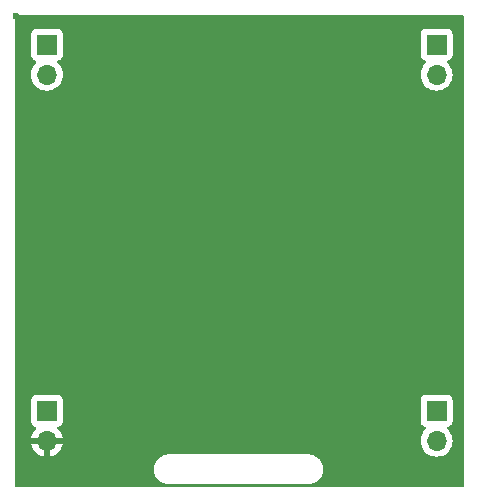
<source format=gbr>
%TF.GenerationSoftware,KiCad,Pcbnew,8.0.1*%
%TF.CreationDate,2024-04-24T15:21:32+01:00*%
%TF.ProjectId,Kishoof_screen,4b697368-6f6f-4665-9f73-637265656e2e,rev?*%
%TF.SameCoordinates,Original*%
%TF.FileFunction,Copper,L1,Top*%
%TF.FilePolarity,Positive*%
%FSLAX46Y46*%
G04 Gerber Fmt 4.6, Leading zero omitted, Abs format (unit mm)*
G04 Created by KiCad (PCBNEW 8.0.1) date 2024-04-24 15:21:32*
%MOMM*%
%LPD*%
G01*
G04 APERTURE LIST*
%TA.AperFunction,ComponentPad*%
%ADD10R,1.700000X1.700000*%
%TD*%
%TA.AperFunction,ComponentPad*%
%ADD11O,1.700000X1.700000*%
%TD*%
%TA.AperFunction,ViaPad*%
%ADD12C,0.600000*%
%TD*%
G04 APERTURE END LIST*
D10*
%TO.P,J4,1,Pin_1*%
%TO.N,+3.3V*%
X94000000Y-74000000D03*
D11*
%TO.P,J4,2,Pin_2*%
%TO.N,/LCD_BACKLIGHT*%
X94000000Y-76540000D03*
%TD*%
D10*
%TO.P,J2,1,Pin_1*%
%TO.N,/LCD_DC*%
X94000000Y-43000000D03*
D11*
%TO.P,J2,2,Pin_2*%
%TO.N,/LCD_RESET*%
X94000000Y-45540000D03*
%TD*%
D10*
%TO.P,J1,1,Pin_1*%
%TO.N,/LCD_SPI3_MOSI*%
X61000000Y-43000000D03*
D11*
%TO.P,J1,2,Pin_2*%
%TO.N,/LCD_SPI3_SCK*%
X61000000Y-45540000D03*
%TD*%
D10*
%TO.P,J3,1,Pin_1*%
%TO.N,/LCD_SPI3_SS*%
X61000000Y-74000000D03*
D11*
%TO.P,J3,2,Pin_2*%
%TO.N,GND*%
X61000000Y-76540000D03*
%TD*%
D12*
%TO.N,GND*%
X58400000Y-40600000D03*
%TD*%
%TA.AperFunction,Conductor*%
%TO.N,GND*%
G36*
X96242539Y-40520185D02*
G01*
X96288294Y-40572989D01*
X96299500Y-40624500D01*
X96299500Y-80375500D01*
X96279815Y-80442539D01*
X96227011Y-80488294D01*
X96175500Y-80499500D01*
X58424500Y-80499500D01*
X58357461Y-80479815D01*
X58311706Y-80427011D01*
X58300500Y-80375500D01*
X58300500Y-78934997D01*
X70058153Y-78934997D01*
X70058406Y-78937486D01*
X70058406Y-78962514D01*
X70058154Y-78964997D01*
X70058154Y-78965002D01*
X70065721Y-79011715D01*
X70066683Y-79019018D01*
X70078212Y-79132573D01*
X70078740Y-79139989D01*
X70079354Y-79154910D01*
X70080675Y-79187077D01*
X70081481Y-79189655D01*
X70086491Y-79214110D01*
X70086764Y-79216806D01*
X70103492Y-79260851D01*
X70105927Y-79267895D01*
X70138036Y-79370658D01*
X70140230Y-79378597D01*
X70150799Y-79422471D01*
X70150802Y-79422478D01*
X70153047Y-79426605D01*
X70162472Y-79448864D01*
X70163875Y-79453356D01*
X70163876Y-79453358D01*
X70163878Y-79453361D01*
X70188026Y-79491483D01*
X70188031Y-79491490D01*
X70192206Y-79498594D01*
X70241221Y-79588705D01*
X70245067Y-79596400D01*
X70263446Y-79636605D01*
X70263450Y-79636611D01*
X70267043Y-79640959D01*
X70280376Y-79660685D01*
X70283070Y-79665637D01*
X70283071Y-79665639D01*
X70313518Y-79697674D01*
X70319227Y-79704114D01*
X70382873Y-79781140D01*
X70388316Y-79788235D01*
X70413448Y-79823556D01*
X70413451Y-79823558D01*
X70418453Y-79827692D01*
X70435051Y-79844290D01*
X70439189Y-79849298D01*
X70439193Y-79849302D01*
X70474522Y-79874440D01*
X70481616Y-79879883D01*
X70558626Y-79943515D01*
X70565067Y-79949224D01*
X70597111Y-79979679D01*
X70602063Y-79982373D01*
X70621797Y-79995711D01*
X70626139Y-79999299D01*
X70626140Y-79999299D01*
X70626142Y-79999301D01*
X70666367Y-80017688D01*
X70674027Y-80021517D01*
X70764162Y-80070546D01*
X70771259Y-80074719D01*
X70809384Y-80098870D01*
X70809387Y-80098871D01*
X70809389Y-80098872D01*
X70813872Y-80100272D01*
X70836148Y-80109704D01*
X70840275Y-80111949D01*
X70884172Y-80122523D01*
X70892090Y-80124712D01*
X70992093Y-80155958D01*
X71000201Y-80158803D01*
X71041388Y-80174886D01*
X71046982Y-80175506D01*
X71070299Y-80180395D01*
X71072054Y-80180943D01*
X71075676Y-80182075D01*
X71119888Y-80183890D01*
X71128427Y-80184539D01*
X71197768Y-80192229D01*
X71216187Y-80195698D01*
X71234108Y-80200500D01*
X71265480Y-80200500D01*
X71279149Y-80201256D01*
X71310318Y-80204713D01*
X71310318Y-80204712D01*
X71310319Y-80204713D01*
X71317990Y-80203543D01*
X71328654Y-80201917D01*
X71347347Y-80200500D01*
X83108487Y-80200500D01*
X83128317Y-80202095D01*
X83143749Y-80204596D01*
X83177848Y-80201133D01*
X83190373Y-80200500D01*
X83224641Y-80200500D01*
X83224642Y-80200500D01*
X83239742Y-80196453D01*
X83259303Y-80192863D01*
X83341313Y-80184537D01*
X83348737Y-80184008D01*
X83395824Y-80182075D01*
X83398398Y-80181270D01*
X83422875Y-80176257D01*
X83425559Y-80175985D01*
X83469622Y-80159248D01*
X83476618Y-80156829D01*
X83579421Y-80124708D01*
X83587328Y-80122522D01*
X83631225Y-80111949D01*
X83635344Y-80109708D01*
X83657629Y-80100271D01*
X83662111Y-80098872D01*
X83700261Y-80074704D01*
X83707330Y-80070549D01*
X83764742Y-80039320D01*
X83797453Y-80021528D01*
X83805152Y-80017680D01*
X83805163Y-80017675D01*
X83845359Y-79999301D01*
X83849702Y-79995711D01*
X83869438Y-79982370D01*
X83874390Y-79979678D01*
X83880836Y-79973551D01*
X83906424Y-79949232D01*
X83912865Y-79943522D01*
X83989893Y-79879874D01*
X83996976Y-79874438D01*
X84032308Y-79849299D01*
X84036434Y-79844304D01*
X84053049Y-79827689D01*
X84058050Y-79823558D01*
X84083206Y-79788202D01*
X84088626Y-79781140D01*
X84152282Y-79704100D01*
X84157959Y-79697696D01*
X84188428Y-79665640D01*
X84191123Y-79660685D01*
X84204459Y-79640954D01*
X84208051Y-79636608D01*
X84226430Y-79596400D01*
X84230272Y-79588712D01*
X84279292Y-79498594D01*
X84279301Y-79498578D01*
X84283447Y-79491522D01*
X84307622Y-79453361D01*
X84309021Y-79448879D01*
X84318459Y-79426592D01*
X84320699Y-79422475D01*
X84331272Y-79378578D01*
X84333462Y-79370658D01*
X84365579Y-79267868D01*
X84367998Y-79260872D01*
X84384735Y-79216809D01*
X84385007Y-79214125D01*
X84390020Y-79189648D01*
X84390825Y-79187074D01*
X84392758Y-79139991D01*
X84393288Y-79132560D01*
X84402165Y-79045123D01*
X84404816Y-79019010D01*
X84405771Y-79011747D01*
X84413346Y-78965001D01*
X84413095Y-78962528D01*
X84413095Y-78937467D01*
X84413346Y-78934999D01*
X84405772Y-78888256D01*
X84404815Y-78880981D01*
X84393287Y-78767425D01*
X84392758Y-78760003D01*
X84390825Y-78712926D01*
X84390824Y-78712922D01*
X84390824Y-78712921D01*
X84390018Y-78710342D01*
X84385007Y-78685873D01*
X84384735Y-78683191D01*
X84384734Y-78683188D01*
X84384734Y-78683187D01*
X84368009Y-78639154D01*
X84365577Y-78632122D01*
X84333461Y-78529340D01*
X84331270Y-78521410D01*
X84331269Y-78521406D01*
X84320699Y-78477525D01*
X84318454Y-78473398D01*
X84309022Y-78451122D01*
X84307622Y-78446639D01*
X84307621Y-78446637D01*
X84307620Y-78446634D01*
X84283469Y-78408509D01*
X84279292Y-78401405D01*
X84230279Y-78311300D01*
X84230267Y-78311277D01*
X84226438Y-78303617D01*
X84208051Y-78263392D01*
X84204461Y-78259047D01*
X84191123Y-78239313D01*
X84188429Y-78234362D01*
X84188429Y-78234360D01*
X84157974Y-78202317D01*
X84152265Y-78195876D01*
X84088633Y-78118866D01*
X84083190Y-78111772D01*
X84058052Y-78076443D01*
X84058048Y-78076439D01*
X84053040Y-78072301D01*
X84036442Y-78055703D01*
X84032308Y-78050701D01*
X84032306Y-78050698D01*
X83996985Y-78025566D01*
X83989890Y-78020123D01*
X83912864Y-77956477D01*
X83906424Y-77950768D01*
X83874389Y-77920321D01*
X83874387Y-77920320D01*
X83869435Y-77917626D01*
X83849709Y-77904293D01*
X83845361Y-77900700D01*
X83845355Y-77900696D01*
X83805150Y-77882317D01*
X83797455Y-77878471D01*
X83707344Y-77829456D01*
X83700240Y-77825281D01*
X83700238Y-77825280D01*
X83662111Y-77801128D01*
X83662108Y-77801126D01*
X83662106Y-77801125D01*
X83657614Y-77799722D01*
X83635355Y-77790297D01*
X83631228Y-77788052D01*
X83631221Y-77788049D01*
X83587347Y-77777480D01*
X83579408Y-77775286D01*
X83476645Y-77743177D01*
X83469601Y-77740742D01*
X83462441Y-77738022D01*
X83425559Y-77724015D01*
X83425558Y-77724014D01*
X83425556Y-77724014D01*
X83423079Y-77723763D01*
X83422859Y-77723740D01*
X83398405Y-77718731D01*
X83395827Y-77717925D01*
X83387809Y-77717595D01*
X83348737Y-77715990D01*
X83341322Y-77715462D01*
X83259307Y-77707136D01*
X83239739Y-77703545D01*
X83224643Y-77699500D01*
X83224642Y-77699500D01*
X83190373Y-77699500D01*
X83177848Y-77698866D01*
X83143749Y-77695403D01*
X83130298Y-77697583D01*
X83128317Y-77697904D01*
X83108487Y-77699500D01*
X71347347Y-77699500D01*
X71328654Y-77698083D01*
X71310318Y-77695286D01*
X71279149Y-77698744D01*
X71265480Y-77699500D01*
X71234108Y-77699500D01*
X71216183Y-77704302D01*
X71197765Y-77707769D01*
X71128437Y-77715458D01*
X71119859Y-77716109D01*
X71075681Y-77717924D01*
X71075670Y-77717926D01*
X71070286Y-77719608D01*
X71046995Y-77724491D01*
X71041389Y-77725113D01*
X71041386Y-77725113D01*
X71000216Y-77741189D01*
X70992096Y-77744039D01*
X70892092Y-77775285D01*
X70884156Y-77777479D01*
X70840274Y-77788051D01*
X70836134Y-77790303D01*
X70813883Y-77799723D01*
X70809398Y-77801124D01*
X70809383Y-77801131D01*
X70771259Y-77825280D01*
X70764159Y-77829454D01*
X70674039Y-77878475D01*
X70666341Y-77882322D01*
X70626144Y-77900697D01*
X70626139Y-77900700D01*
X70621789Y-77904295D01*
X70602067Y-77917625D01*
X70597111Y-77920320D01*
X70565064Y-77950777D01*
X70558628Y-77956482D01*
X70481614Y-78020118D01*
X70474522Y-78025560D01*
X70439190Y-78050701D01*
X70435053Y-78055708D01*
X70418459Y-78072303D01*
X70413454Y-78076438D01*
X70413449Y-78076444D01*
X70388317Y-78111763D01*
X70382875Y-78118855D01*
X70319227Y-78195884D01*
X70313521Y-78202321D01*
X70283073Y-78234358D01*
X70283066Y-78234369D01*
X70280373Y-78239319D01*
X70267049Y-78259032D01*
X70263454Y-78263383D01*
X70263447Y-78263393D01*
X70245065Y-78303604D01*
X70241219Y-78311300D01*
X70192207Y-78401403D01*
X70188034Y-78408502D01*
X70163880Y-78446635D01*
X70163874Y-78446648D01*
X70162473Y-78451133D01*
X70153053Y-78473384D01*
X70150801Y-78477524D01*
X70140229Y-78521406D01*
X70138035Y-78529343D01*
X70105927Y-78632103D01*
X70103492Y-78639145D01*
X70086764Y-78683191D01*
X70086762Y-78683200D01*
X70086488Y-78685901D01*
X70081487Y-78710324D01*
X70080675Y-78712922D01*
X70080674Y-78712929D01*
X70078741Y-78759990D01*
X70078212Y-78767425D01*
X70066683Y-78880981D01*
X70065721Y-78888286D01*
X70058153Y-78934997D01*
X58300500Y-78934997D01*
X58300500Y-74897870D01*
X59649500Y-74897870D01*
X59649501Y-74897876D01*
X59655908Y-74957483D01*
X59706202Y-75092328D01*
X59706206Y-75092335D01*
X59792452Y-75207544D01*
X59792455Y-75207547D01*
X59907664Y-75293793D01*
X59907671Y-75293797D01*
X59907674Y-75293798D01*
X60039598Y-75343002D01*
X60095531Y-75384873D01*
X60119949Y-75450337D01*
X60105098Y-75518610D01*
X60083947Y-75546865D01*
X59961886Y-75668926D01*
X59826400Y-75862420D01*
X59826399Y-75862422D01*
X59726570Y-76076507D01*
X59726567Y-76076513D01*
X59669364Y-76289999D01*
X59669364Y-76290000D01*
X60566988Y-76290000D01*
X60534075Y-76347007D01*
X60500000Y-76474174D01*
X60500000Y-76605826D01*
X60534075Y-76732993D01*
X60566988Y-76790000D01*
X59669364Y-76790000D01*
X59726567Y-77003486D01*
X59726570Y-77003492D01*
X59826399Y-77217578D01*
X59961894Y-77411082D01*
X60128917Y-77578105D01*
X60322421Y-77713600D01*
X60536507Y-77813429D01*
X60536516Y-77813433D01*
X60750000Y-77870634D01*
X60750000Y-76973012D01*
X60807007Y-77005925D01*
X60934174Y-77040000D01*
X61065826Y-77040000D01*
X61192993Y-77005925D01*
X61250000Y-76973012D01*
X61250000Y-77870633D01*
X61463483Y-77813433D01*
X61463492Y-77813429D01*
X61677578Y-77713600D01*
X61871082Y-77578105D01*
X62038105Y-77411082D01*
X62173600Y-77217578D01*
X62273429Y-77003492D01*
X62273432Y-77003486D01*
X62330636Y-76790000D01*
X61433012Y-76790000D01*
X61465925Y-76732993D01*
X61500000Y-76605826D01*
X61500000Y-76540000D01*
X92644341Y-76540000D01*
X92664936Y-76775403D01*
X92664938Y-76775413D01*
X92726094Y-77003655D01*
X92726096Y-77003659D01*
X92726097Y-77003663D01*
X92825847Y-77217578D01*
X92825965Y-77217830D01*
X92825967Y-77217834D01*
X92934281Y-77372521D01*
X92961505Y-77411401D01*
X93128599Y-77578495D01*
X93225384Y-77646265D01*
X93322165Y-77714032D01*
X93322167Y-77714033D01*
X93322170Y-77714035D01*
X93536337Y-77813903D01*
X93764592Y-77875063D01*
X93952918Y-77891539D01*
X93999999Y-77895659D01*
X94000000Y-77895659D01*
X94000001Y-77895659D01*
X94039234Y-77892226D01*
X94235408Y-77875063D01*
X94463663Y-77813903D01*
X94677830Y-77714035D01*
X94871401Y-77578495D01*
X95038495Y-77411401D01*
X95174035Y-77217830D01*
X95273903Y-77003663D01*
X95335063Y-76775408D01*
X95355659Y-76540000D01*
X95335063Y-76304592D01*
X95273903Y-76076337D01*
X95174035Y-75862171D01*
X95038495Y-75668599D01*
X94916567Y-75546671D01*
X94883084Y-75485351D01*
X94888068Y-75415659D01*
X94929939Y-75359725D01*
X94960915Y-75342810D01*
X95092331Y-75293796D01*
X95207546Y-75207546D01*
X95293796Y-75092331D01*
X95344091Y-74957483D01*
X95350500Y-74897873D01*
X95350499Y-73102128D01*
X95344091Y-73042517D01*
X95293796Y-72907669D01*
X95293795Y-72907668D01*
X95293793Y-72907664D01*
X95207547Y-72792455D01*
X95207544Y-72792452D01*
X95092335Y-72706206D01*
X95092328Y-72706202D01*
X94957482Y-72655908D01*
X94957483Y-72655908D01*
X94897883Y-72649501D01*
X94897881Y-72649500D01*
X94897873Y-72649500D01*
X94897864Y-72649500D01*
X93102129Y-72649500D01*
X93102123Y-72649501D01*
X93042516Y-72655908D01*
X92907671Y-72706202D01*
X92907664Y-72706206D01*
X92792455Y-72792452D01*
X92792452Y-72792455D01*
X92706206Y-72907664D01*
X92706202Y-72907671D01*
X92655908Y-73042517D01*
X92649501Y-73102116D01*
X92649501Y-73102123D01*
X92649500Y-73102135D01*
X92649500Y-74897870D01*
X92649501Y-74897876D01*
X92655908Y-74957483D01*
X92706202Y-75092328D01*
X92706206Y-75092335D01*
X92792452Y-75207544D01*
X92792455Y-75207547D01*
X92907664Y-75293793D01*
X92907671Y-75293797D01*
X93039081Y-75342810D01*
X93095015Y-75384681D01*
X93119432Y-75450145D01*
X93104580Y-75518418D01*
X93083430Y-75546673D01*
X92961503Y-75668600D01*
X92825965Y-75862169D01*
X92825964Y-75862171D01*
X92726098Y-76076335D01*
X92726094Y-76076344D01*
X92664938Y-76304586D01*
X92664936Y-76304596D01*
X92644341Y-76539999D01*
X92644341Y-76540000D01*
X61500000Y-76540000D01*
X61500000Y-76474174D01*
X61465925Y-76347007D01*
X61433012Y-76290000D01*
X62330636Y-76290000D01*
X62330635Y-76289999D01*
X62273432Y-76076513D01*
X62273429Y-76076507D01*
X62173600Y-75862422D01*
X62173599Y-75862420D01*
X62038113Y-75668926D01*
X62038108Y-75668920D01*
X61916053Y-75546865D01*
X61882568Y-75485542D01*
X61887552Y-75415850D01*
X61929424Y-75359917D01*
X61960400Y-75343002D01*
X62092331Y-75293796D01*
X62207546Y-75207546D01*
X62293796Y-75092331D01*
X62344091Y-74957483D01*
X62350500Y-74897873D01*
X62350499Y-73102128D01*
X62344091Y-73042517D01*
X62293796Y-72907669D01*
X62293795Y-72907668D01*
X62293793Y-72907664D01*
X62207547Y-72792455D01*
X62207544Y-72792452D01*
X62092335Y-72706206D01*
X62092328Y-72706202D01*
X61957482Y-72655908D01*
X61957483Y-72655908D01*
X61897883Y-72649501D01*
X61897881Y-72649500D01*
X61897873Y-72649500D01*
X61897864Y-72649500D01*
X60102129Y-72649500D01*
X60102123Y-72649501D01*
X60042516Y-72655908D01*
X59907671Y-72706202D01*
X59907664Y-72706206D01*
X59792455Y-72792452D01*
X59792452Y-72792455D01*
X59706206Y-72907664D01*
X59706202Y-72907671D01*
X59655908Y-73042517D01*
X59649501Y-73102116D01*
X59649501Y-73102123D01*
X59649500Y-73102135D01*
X59649500Y-74897870D01*
X58300500Y-74897870D01*
X58300500Y-45540000D01*
X59644341Y-45540000D01*
X59664936Y-45775403D01*
X59664938Y-45775413D01*
X59726094Y-46003655D01*
X59726096Y-46003659D01*
X59726097Y-46003663D01*
X59825965Y-46217830D01*
X59825967Y-46217834D01*
X59934281Y-46372521D01*
X59961505Y-46411401D01*
X60128599Y-46578495D01*
X60225384Y-46646265D01*
X60322165Y-46714032D01*
X60322167Y-46714033D01*
X60322170Y-46714035D01*
X60536337Y-46813903D01*
X60764592Y-46875063D01*
X60952918Y-46891539D01*
X60999999Y-46895659D01*
X61000000Y-46895659D01*
X61000001Y-46895659D01*
X61039234Y-46892226D01*
X61235408Y-46875063D01*
X61463663Y-46813903D01*
X61677830Y-46714035D01*
X61871401Y-46578495D01*
X62038495Y-46411401D01*
X62174035Y-46217830D01*
X62273903Y-46003663D01*
X62335063Y-45775408D01*
X62355659Y-45540000D01*
X92644341Y-45540000D01*
X92664936Y-45775403D01*
X92664938Y-45775413D01*
X92726094Y-46003655D01*
X92726096Y-46003659D01*
X92726097Y-46003663D01*
X92825965Y-46217830D01*
X92825967Y-46217834D01*
X92934281Y-46372521D01*
X92961505Y-46411401D01*
X93128599Y-46578495D01*
X93225384Y-46646265D01*
X93322165Y-46714032D01*
X93322167Y-46714033D01*
X93322170Y-46714035D01*
X93536337Y-46813903D01*
X93764592Y-46875063D01*
X93952918Y-46891539D01*
X93999999Y-46895659D01*
X94000000Y-46895659D01*
X94000001Y-46895659D01*
X94039234Y-46892226D01*
X94235408Y-46875063D01*
X94463663Y-46813903D01*
X94677830Y-46714035D01*
X94871401Y-46578495D01*
X95038495Y-46411401D01*
X95174035Y-46217830D01*
X95273903Y-46003663D01*
X95335063Y-45775408D01*
X95355659Y-45540000D01*
X95335063Y-45304592D01*
X95273903Y-45076337D01*
X95174035Y-44862171D01*
X95038495Y-44668599D01*
X94916567Y-44546671D01*
X94883084Y-44485351D01*
X94888068Y-44415659D01*
X94929939Y-44359725D01*
X94960915Y-44342810D01*
X95092331Y-44293796D01*
X95207546Y-44207546D01*
X95293796Y-44092331D01*
X95344091Y-43957483D01*
X95350500Y-43897873D01*
X95350499Y-42102128D01*
X95344091Y-42042517D01*
X95293796Y-41907669D01*
X95293795Y-41907668D01*
X95293793Y-41907664D01*
X95207547Y-41792455D01*
X95207544Y-41792452D01*
X95092335Y-41706206D01*
X95092328Y-41706202D01*
X94957482Y-41655908D01*
X94957483Y-41655908D01*
X94897883Y-41649501D01*
X94897881Y-41649500D01*
X94897873Y-41649500D01*
X94897864Y-41649500D01*
X93102129Y-41649500D01*
X93102123Y-41649501D01*
X93042516Y-41655908D01*
X92907671Y-41706202D01*
X92907664Y-41706206D01*
X92792455Y-41792452D01*
X92792452Y-41792455D01*
X92706206Y-41907664D01*
X92706202Y-41907671D01*
X92655908Y-42042517D01*
X92649501Y-42102116D01*
X92649501Y-42102123D01*
X92649500Y-42102135D01*
X92649500Y-43897870D01*
X92649501Y-43897876D01*
X92655908Y-43957483D01*
X92706202Y-44092328D01*
X92706206Y-44092335D01*
X92792452Y-44207544D01*
X92792455Y-44207547D01*
X92907664Y-44293793D01*
X92907671Y-44293797D01*
X93039081Y-44342810D01*
X93095015Y-44384681D01*
X93119432Y-44450145D01*
X93104580Y-44518418D01*
X93083430Y-44546673D01*
X92961503Y-44668600D01*
X92825965Y-44862169D01*
X92825964Y-44862171D01*
X92726098Y-45076335D01*
X92726094Y-45076344D01*
X92664938Y-45304586D01*
X92664936Y-45304596D01*
X92644341Y-45539999D01*
X92644341Y-45540000D01*
X62355659Y-45540000D01*
X62335063Y-45304592D01*
X62273903Y-45076337D01*
X62174035Y-44862171D01*
X62038495Y-44668599D01*
X61916567Y-44546671D01*
X61883084Y-44485351D01*
X61888068Y-44415659D01*
X61929939Y-44359725D01*
X61960915Y-44342810D01*
X62092331Y-44293796D01*
X62207546Y-44207546D01*
X62293796Y-44092331D01*
X62344091Y-43957483D01*
X62350500Y-43897873D01*
X62350499Y-42102128D01*
X62344091Y-42042517D01*
X62293796Y-41907669D01*
X62293795Y-41907668D01*
X62293793Y-41907664D01*
X62207547Y-41792455D01*
X62207544Y-41792452D01*
X62092335Y-41706206D01*
X62092328Y-41706202D01*
X61957482Y-41655908D01*
X61957483Y-41655908D01*
X61897883Y-41649501D01*
X61897881Y-41649500D01*
X61897873Y-41649500D01*
X61897864Y-41649500D01*
X60102129Y-41649500D01*
X60102123Y-41649501D01*
X60042516Y-41655908D01*
X59907671Y-41706202D01*
X59907664Y-41706206D01*
X59792455Y-41792452D01*
X59792452Y-41792455D01*
X59706206Y-41907664D01*
X59706202Y-41907671D01*
X59655908Y-42042517D01*
X59649501Y-42102116D01*
X59649501Y-42102123D01*
X59649500Y-42102135D01*
X59649500Y-43897870D01*
X59649501Y-43897876D01*
X59655908Y-43957483D01*
X59706202Y-44092328D01*
X59706206Y-44092335D01*
X59792452Y-44207544D01*
X59792455Y-44207547D01*
X59907664Y-44293793D01*
X59907671Y-44293797D01*
X60039081Y-44342810D01*
X60095015Y-44384681D01*
X60119432Y-44450145D01*
X60104580Y-44518418D01*
X60083430Y-44546673D01*
X59961503Y-44668600D01*
X59825965Y-44862169D01*
X59825964Y-44862171D01*
X59726098Y-45076335D01*
X59726094Y-45076344D01*
X59664938Y-45304586D01*
X59664936Y-45304596D01*
X59644341Y-45539999D01*
X59644341Y-45540000D01*
X58300500Y-45540000D01*
X58300500Y-40624500D01*
X58320185Y-40557461D01*
X58372989Y-40511706D01*
X58424500Y-40500500D01*
X96175500Y-40500500D01*
X96242539Y-40520185D01*
G37*
%TD.AperFunction*%
%TD*%
M02*

</source>
